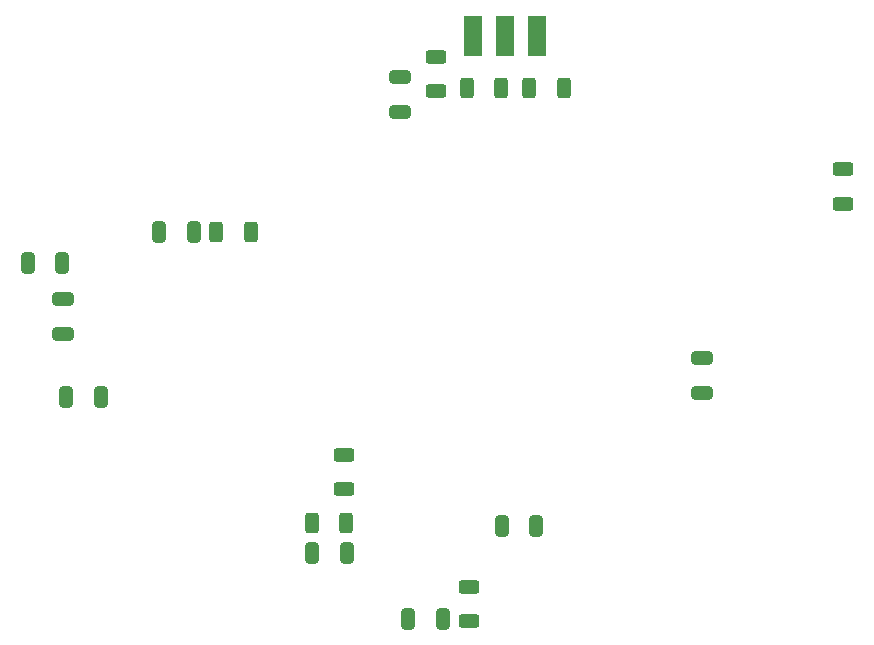
<source format=gbr>
%TF.GenerationSoftware,KiCad,Pcbnew,(6.0.7)*%
%TF.CreationDate,2022-11-13T20:04:36-05:00*%
%TF.ProjectId,DCR_MainBoard,4443525f-4d61-4696-9e42-6f6172642e6b,rev?*%
%TF.SameCoordinates,Original*%
%TF.FileFunction,Paste,Top*%
%TF.FilePolarity,Positive*%
%FSLAX46Y46*%
G04 Gerber Fmt 4.6, Leading zero omitted, Abs format (unit mm)*
G04 Created by KiCad (PCBNEW (6.0.7)) date 2022-11-13 20:04:36*
%MOMM*%
%LPD*%
G01*
G04 APERTURE LIST*
G04 Aperture macros list*
%AMRoundRect*
0 Rectangle with rounded corners*
0 $1 Rounding radius*
0 $2 $3 $4 $5 $6 $7 $8 $9 X,Y pos of 4 corners*
0 Add a 4 corners polygon primitive as box body*
4,1,4,$2,$3,$4,$5,$6,$7,$8,$9,$2,$3,0*
0 Add four circle primitives for the rounded corners*
1,1,$1+$1,$2,$3*
1,1,$1+$1,$4,$5*
1,1,$1+$1,$6,$7*
1,1,$1+$1,$8,$9*
0 Add four rect primitives between the rounded corners*
20,1,$1+$1,$2,$3,$4,$5,0*
20,1,$1+$1,$4,$5,$6,$7,0*
20,1,$1+$1,$6,$7,$8,$9,0*
20,1,$1+$1,$8,$9,$2,$3,0*%
G04 Aperture macros list end*
%ADD10RoundRect,0.250000X-0.325000X-0.650000X0.325000X-0.650000X0.325000X0.650000X-0.325000X0.650000X0*%
%ADD11RoundRect,0.250000X-0.625000X0.312500X-0.625000X-0.312500X0.625000X-0.312500X0.625000X0.312500X0*%
%ADD12RoundRect,0.250000X-0.312500X-0.625000X0.312500X-0.625000X0.312500X0.625000X-0.312500X0.625000X0*%
%ADD13RoundRect,0.250000X-0.650000X0.325000X-0.650000X-0.325000X0.650000X-0.325000X0.650000X0.325000X0*%
%ADD14RoundRect,0.250000X0.625000X-0.312500X0.625000X0.312500X-0.625000X0.312500X-0.625000X-0.312500X0*%
%ADD15RoundRect,0.250000X0.325000X0.650000X-0.325000X0.650000X-0.325000X-0.650000X0.325000X-0.650000X0*%
%ADD16RoundRect,0.250000X0.650000X-0.325000X0.650000X0.325000X-0.650000X0.325000X-0.650000X-0.325000X0*%
%ADD17R,1.500000X3.500000*%
%ADD18RoundRect,0.250000X0.312500X0.625000X-0.312500X0.625000X-0.312500X-0.625000X0.312500X-0.625000X0*%
G04 APERTURE END LIST*
D10*
%TO.C,C8*%
X42162200Y-44297600D03*
X45112200Y-44297600D03*
%TD*%
D11*
%TO.C,R7*%
X68960651Y-60503500D03*
X68960651Y-63428500D03*
%TD*%
D12*
%TO.C,R4*%
X79358500Y-29464000D03*
X82283500Y-29464000D03*
%TD*%
D13*
%TO.C,C2*%
X45120400Y-47303000D03*
X45120400Y-50253000D03*
%TD*%
D14*
%TO.C,R8*%
X79492000Y-74604500D03*
X79492000Y-71679500D03*
%TD*%
D13*
%TO.C,C6*%
X73709000Y-28497000D03*
X73709000Y-31447000D03*
%TD*%
D15*
%TO.C,C4*%
X69214651Y-68824000D03*
X66264651Y-68824000D03*
%TD*%
%TO.C,C5*%
X56259900Y-41666000D03*
X53309900Y-41666000D03*
%TD*%
D14*
%TO.C,R3*%
X76757000Y-29718000D03*
X76757000Y-26793000D03*
%TD*%
D16*
%TO.C,C10*%
X99298000Y-55244500D03*
X99298000Y-52294500D03*
%TD*%
D12*
%TO.C,R1*%
X66228151Y-66284000D03*
X69153151Y-66284000D03*
%TD*%
D17*
%TO.C,J3*%
X82550000Y-25046500D03*
X85250000Y-25046500D03*
X79850000Y-25046500D03*
%TD*%
D15*
%TO.C,C14*%
X77293651Y-74412000D03*
X74343651Y-74412000D03*
%TD*%
D10*
%TO.C,C13*%
X82296000Y-66548000D03*
X85246000Y-66548000D03*
%TD*%
D15*
%TO.C,C1*%
X48363400Y-55626000D03*
X45413400Y-55626000D03*
%TD*%
D12*
%TO.C,R5*%
X84631000Y-29464000D03*
X87556000Y-29464000D03*
%TD*%
D14*
%TO.C,R6*%
X111165000Y-39279000D03*
X111165000Y-36354000D03*
%TD*%
D18*
%TO.C,R2*%
X61060900Y-41666000D03*
X58135900Y-41666000D03*
%TD*%
M02*

</source>
